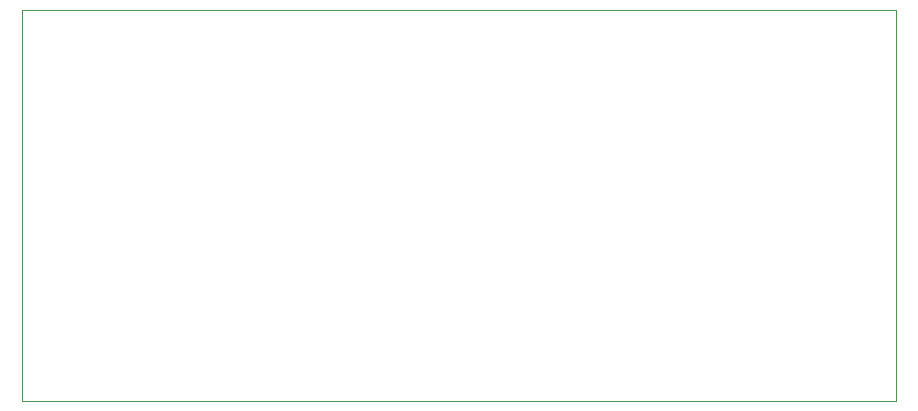
<source format=gbr>
%TF.GenerationSoftware,KiCad,Pcbnew,8.0.8*%
%TF.CreationDate,2025-09-05T20:33:19+02:00*%
%TF.ProjectId,REG8bit-SMD,52454738-6269-4742-9d53-4d442e6b6963,rev?*%
%TF.SameCoordinates,Original*%
%TF.FileFunction,Profile,NP*%
%FSLAX46Y46*%
G04 Gerber Fmt 4.6, Leading zero omitted, Abs format (unit mm)*
G04 Created by KiCad (PCBNEW 8.0.8) date 2025-09-05 20:33:19*
%MOMM*%
%LPD*%
G01*
G04 APERTURE LIST*
%TA.AperFunction,Profile*%
%ADD10C,0.050000*%
%TD*%
G04 APERTURE END LIST*
D10*
X48600000Y-130100000D02*
X122600000Y-130100000D01*
X122600000Y-163200000D01*
X48600000Y-163200000D01*
X48600000Y-130100000D01*
M02*

</source>
